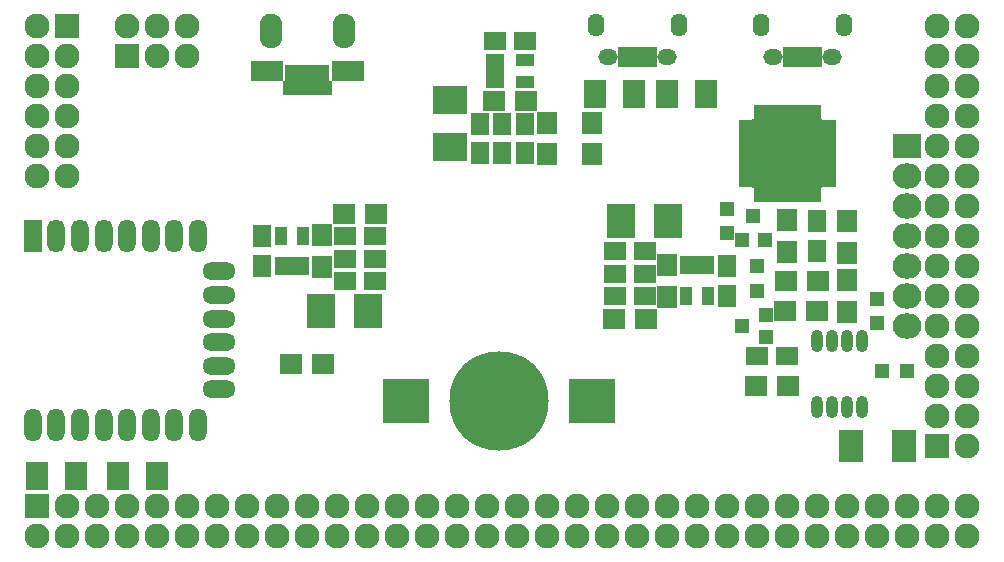
<source format=gbr>
G04 #@! TF.FileFunction,Soldermask,Bot*
%FSLAX46Y46*%
G04 Gerber Fmt 4.6, Leading zero omitted, Abs format (unit mm)*
G04 Created by KiCad (PCBNEW 4.0.5+dfsg1-4) date Sun Mar 26 16:44:12 2017*
%MOMM*%
%LPD*%
G01*
G04 APERTURE LIST*
%ADD10C,0.100000*%
%ADD11R,3.900000X3.700000*%
%ADD12C,8.400000*%
%ADD13R,1.924000X2.432000*%
%ADD14R,0.630000X1.250000*%
%ADD15R,0.630000X1.400000*%
%ADD16R,2.800000X1.780000*%
%ADD17O,1.900000X2.950000*%
%ADD18R,0.800000X1.750000*%
%ADD19O,1.650000X1.350000*%
%ADD20O,1.400000X1.950000*%
%ADD21R,2.127200X2.127200*%
%ADD22O,2.127200X2.127200*%
%ADD23R,1.650000X1.900000*%
%ADD24R,2.900000X2.400000*%
%ADD25R,1.700000X1.900000*%
%ADD26R,1.900000X1.700000*%
%ADD27R,1.600000X1.100000*%
%ADD28R,1.900000X1.650000*%
%ADD29R,2.400000X2.900000*%
%ADD30R,1.100000X1.600000*%
%ADD31R,2.432000X2.127200*%
%ADD32O,2.432000X2.127200*%
%ADD33R,1.200000X0.600000*%
%ADD34R,0.600000X1.200000*%
%ADD35R,1.800000X1.800000*%
%ADD36O,1.009600X1.873200*%
%ADD37R,2.000200X2.800300*%
%ADD38O,2.800000X1.500000*%
%ADD39R,1.500000X2.800000*%
%ADD40O,1.500000X2.800000*%
%ADD41R,1.300000X1.200000*%
%ADD42R,1.200000X1.300000*%
G04 APERTURE END LIST*
D10*
D11*
X127830000Y-95710000D03*
X143630000Y-95710000D03*
D12*
X135730000Y-95710000D03*
D13*
X103498000Y-102060000D03*
X106800000Y-102060000D03*
X99942000Y-102060000D03*
X96640000Y-102060000D03*
D14*
X121300000Y-69165000D03*
X120900000Y-69165000D03*
X120500000Y-69165000D03*
X120100000Y-69165000D03*
X119700000Y-69165000D03*
X119300000Y-69165000D03*
X118900000Y-69165000D03*
X118500000Y-69165000D03*
X118100000Y-69165000D03*
X117700000Y-69165000D03*
D15*
X121100000Y-67940000D03*
X120700000Y-67940000D03*
X120300000Y-67940000D03*
X119900000Y-67940000D03*
X119500000Y-67940000D03*
X119100000Y-67940000D03*
X118700000Y-67940000D03*
X118300000Y-67940000D03*
X117900000Y-67940000D03*
D16*
X122950000Y-67750000D03*
X116050000Y-67750000D03*
D17*
X116400000Y-64390000D03*
X122600000Y-64390000D03*
D18*
X146140000Y-66580000D03*
X146790000Y-66580000D03*
X147440000Y-66580000D03*
X148090000Y-66580000D03*
X148740000Y-66580000D03*
D19*
X144940000Y-66580000D03*
X149940000Y-66580000D03*
D20*
X143940000Y-63880000D03*
X150940000Y-63880000D03*
D18*
X160110000Y-66580000D03*
X160760000Y-66580000D03*
X161410000Y-66580000D03*
X162060000Y-66580000D03*
X162710000Y-66580000D03*
D19*
X158910000Y-66580000D03*
X163910000Y-66580000D03*
D20*
X157910000Y-63880000D03*
X164910000Y-63880000D03*
D21*
X96640000Y-104600000D03*
D22*
X96640000Y-107140000D03*
X99180000Y-104600000D03*
X99180000Y-107140000D03*
X101720000Y-104600000D03*
X101720000Y-107140000D03*
X104260000Y-104600000D03*
X104260000Y-107140000D03*
X106800000Y-104600000D03*
X106800000Y-107140000D03*
X109340000Y-104600000D03*
X109340000Y-107140000D03*
X111880000Y-104600000D03*
X111880000Y-107140000D03*
X114420000Y-104600000D03*
X114420000Y-107140000D03*
X116960000Y-104600000D03*
X116960000Y-107140000D03*
X119500000Y-104600000D03*
X119500000Y-107140000D03*
X122040000Y-104600000D03*
X122040000Y-107140000D03*
X124580000Y-104600000D03*
X124580000Y-107140000D03*
X127120000Y-104600000D03*
X127120000Y-107140000D03*
X129660000Y-104600000D03*
X129660000Y-107140000D03*
X132200000Y-104600000D03*
X132200000Y-107140000D03*
X134740000Y-104600000D03*
X134740000Y-107140000D03*
X137280000Y-104600000D03*
X137280000Y-107140000D03*
X139820000Y-104600000D03*
X139820000Y-107140000D03*
X142360000Y-104600000D03*
X142360000Y-107140000D03*
X144900000Y-104600000D03*
X144900000Y-107140000D03*
X147440000Y-104600000D03*
X147440000Y-107140000D03*
X149980000Y-104600000D03*
X149980000Y-107140000D03*
X152520000Y-104600000D03*
X152520000Y-107140000D03*
X155060000Y-104600000D03*
X155060000Y-107140000D03*
X157600000Y-104600000D03*
X157600000Y-107140000D03*
X160140000Y-104600000D03*
X160140000Y-107140000D03*
X162680000Y-104600000D03*
X162680000Y-107140000D03*
X165220000Y-104600000D03*
X165220000Y-107140000D03*
X167760000Y-104600000D03*
X167760000Y-107140000D03*
X170300000Y-104600000D03*
X170300000Y-107140000D03*
X172840000Y-104600000D03*
X172840000Y-107140000D03*
X175380000Y-104600000D03*
X175380000Y-107140000D03*
D21*
X172840000Y-99520000D03*
D22*
X175380000Y-99520000D03*
X172840000Y-96980000D03*
X175380000Y-96980000D03*
X172840000Y-94440000D03*
X175380000Y-94440000D03*
X172840000Y-91900000D03*
X175380000Y-91900000D03*
X172840000Y-89360000D03*
X175380000Y-89360000D03*
X172840000Y-86820000D03*
X175380000Y-86820000D03*
X172840000Y-84280000D03*
X175380000Y-84280000D03*
X172840000Y-81740000D03*
X175380000Y-81740000D03*
X172840000Y-79200000D03*
X175380000Y-79200000D03*
X172840000Y-76660000D03*
X175380000Y-76660000D03*
X172840000Y-74120000D03*
X175380000Y-74120000D03*
X172840000Y-71580000D03*
X175380000Y-71580000D03*
X172840000Y-69040000D03*
X175380000Y-69040000D03*
X172840000Y-66500000D03*
X175380000Y-66500000D03*
X172840000Y-63960000D03*
X175380000Y-63960000D03*
D21*
X99180000Y-63960000D03*
D22*
X96640000Y-63960000D03*
X99180000Y-66500000D03*
X96640000Y-66500000D03*
X99180000Y-69040000D03*
X96640000Y-69040000D03*
X99180000Y-71580000D03*
X96640000Y-71580000D03*
X99180000Y-74120000D03*
X96640000Y-74120000D03*
X99180000Y-76660000D03*
X96640000Y-76660000D03*
D21*
X104260000Y-66500000D03*
D22*
X104260000Y-63960000D03*
X106800000Y-66500000D03*
X106800000Y-63960000D03*
X109340000Y-66500000D03*
X109340000Y-63960000D03*
D23*
X137915000Y-74735000D03*
X137915000Y-72235000D03*
D24*
X131565000Y-70215000D03*
X131565000Y-74215000D03*
D25*
X139820000Y-74835000D03*
X139820000Y-72135000D03*
D26*
X135295000Y-70310000D03*
X137995000Y-70310000D03*
D27*
X135375000Y-68720000D03*
X135375000Y-67770000D03*
X135375000Y-66820000D03*
X137975000Y-66820000D03*
X137975000Y-68720000D03*
D28*
X145555000Y-86820000D03*
X148055000Y-86820000D03*
D29*
X150075000Y-80470000D03*
X146075000Y-80470000D03*
D26*
X145455000Y-88725000D03*
X148155000Y-88725000D03*
D25*
X149980000Y-84200000D03*
X149980000Y-86900000D03*
D30*
X151570000Y-84220000D03*
X152520000Y-84220000D03*
X153470000Y-84220000D03*
X153470000Y-86820000D03*
X151570000Y-86820000D03*
D31*
X170300000Y-74120000D03*
D32*
X170300000Y-76660000D03*
X170300000Y-79200000D03*
X170300000Y-81740000D03*
X170300000Y-84280000D03*
X170300000Y-86820000D03*
X170300000Y-89360000D03*
D26*
X120850000Y-92535000D03*
X118150000Y-92535000D03*
D28*
X125195000Y-81740000D03*
X122695000Y-81740000D03*
D29*
X120675000Y-88090000D03*
X124675000Y-88090000D03*
D25*
X143630000Y-72135000D03*
X143630000Y-74835000D03*
D26*
X125295000Y-79835000D03*
X122595000Y-79835000D03*
D25*
X120770000Y-84360000D03*
X120770000Y-81660000D03*
D30*
X119180000Y-84310000D03*
X118230000Y-84310000D03*
X117280000Y-84310000D03*
X117280000Y-81710000D03*
X119180000Y-81710000D03*
D23*
X115690000Y-81760000D03*
X115690000Y-84260000D03*
X134105000Y-74735000D03*
X134105000Y-72235000D03*
X136010000Y-74735000D03*
X136010000Y-72235000D03*
D28*
X137895000Y-65230000D03*
X135395000Y-65230000D03*
X145555000Y-84915000D03*
X148055000Y-84915000D03*
X145555000Y-83010000D03*
X148055000Y-83010000D03*
D23*
X155060000Y-86800000D03*
X155060000Y-84300000D03*
D28*
X125195000Y-83645000D03*
X122695000Y-83645000D03*
X125195000Y-85550000D03*
X122695000Y-85550000D03*
D13*
X143884000Y-69675000D03*
X147186000Y-69675000D03*
X153282000Y-69675000D03*
X149980000Y-69675000D03*
D33*
X156640000Y-77355000D03*
X156640000Y-76955000D03*
X156640000Y-76555000D03*
X156640000Y-76155000D03*
X156640000Y-75755000D03*
X156640000Y-75355000D03*
X156640000Y-74955000D03*
X156640000Y-74555000D03*
X156640000Y-74155000D03*
X156640000Y-73755000D03*
X156640000Y-73355000D03*
X156640000Y-72955000D03*
D34*
X157540000Y-71255000D03*
X157940000Y-71255000D03*
X158340000Y-71255000D03*
X158740000Y-71255000D03*
X159140000Y-71255000D03*
X159540000Y-71255000D03*
X159940000Y-71255000D03*
X160340000Y-71255000D03*
X160740000Y-71255000D03*
X161140000Y-71255000D03*
D35*
X158040000Y-76855000D03*
D33*
X156640000Y-72555000D03*
X156640000Y-72155000D03*
D34*
X161540000Y-71255000D03*
X161940000Y-71255000D03*
X162340000Y-71255000D03*
X162740000Y-71255000D03*
D33*
X163640000Y-77355000D03*
X163640000Y-76955000D03*
X163640000Y-76155000D03*
X163640000Y-75755000D03*
X163640000Y-76555000D03*
X163640000Y-74555000D03*
X163640000Y-74155000D03*
X163640000Y-73755000D03*
X163640000Y-74955000D03*
X163640000Y-75355000D03*
X163640000Y-72555000D03*
X163640000Y-72955000D03*
X163640000Y-73355000D03*
X163640000Y-72155000D03*
D34*
X157940000Y-78255000D03*
X157540000Y-78255000D03*
X159540000Y-78255000D03*
X160340000Y-78255000D03*
X159140000Y-78255000D03*
X158740000Y-78255000D03*
X159940000Y-78255000D03*
X158340000Y-78255000D03*
X161940000Y-78255000D03*
X161140000Y-78255000D03*
X161540000Y-78255000D03*
X162340000Y-78255000D03*
X162740000Y-78255000D03*
X160740000Y-78255000D03*
D35*
X159440000Y-76855000D03*
X160840000Y-76855000D03*
X162240000Y-76855000D03*
X162240000Y-75455000D03*
X160840000Y-75455000D03*
X158040000Y-75455000D03*
X159440000Y-75455000D03*
X162240000Y-74055000D03*
X160840000Y-74055000D03*
X158040000Y-74055000D03*
X159440000Y-74055000D03*
X162240000Y-72655000D03*
X160840000Y-72655000D03*
X158040000Y-72655000D03*
X159440000Y-72655000D03*
D36*
X166490000Y-96218000D03*
X165220000Y-96218000D03*
X163950000Y-96218000D03*
X162680000Y-96218000D03*
X162680000Y-90630000D03*
X163950000Y-90630000D03*
X165220000Y-90630000D03*
X166490000Y-90630000D03*
D37*
X170010440Y-99520000D03*
X165509560Y-99520000D03*
D38*
X112010000Y-84730000D03*
X112010000Y-86730000D03*
X112010000Y-88730000D03*
X112010000Y-90730000D03*
X112010000Y-92730000D03*
X112010000Y-94730000D03*
D39*
X96260000Y-81740000D03*
D40*
X98260000Y-81740000D03*
X100260000Y-81740000D03*
X102260000Y-81740000D03*
X104260000Y-81740000D03*
X106260000Y-81740000D03*
X108260000Y-81740000D03*
X110260000Y-81740000D03*
X110260000Y-97740000D03*
X108260000Y-97740000D03*
X106260000Y-97740000D03*
X104260000Y-97740000D03*
X102260000Y-97740000D03*
X100260000Y-97740000D03*
X98260000Y-97740000D03*
X96260000Y-97740000D03*
D28*
X157620000Y-91900000D03*
X160120000Y-91900000D03*
D23*
X162680000Y-80490000D03*
X162680000Y-82990000D03*
D41*
X157600000Y-84280000D03*
X157600000Y-86380000D03*
D42*
X168200000Y-93170000D03*
X170300000Y-93170000D03*
D41*
X155060000Y-81520000D03*
X155060000Y-79420000D03*
X158330000Y-88410000D03*
X158330000Y-90310000D03*
X156330000Y-89360000D03*
D42*
X158230000Y-82060000D03*
X156330000Y-82060000D03*
X157280000Y-80060000D03*
D25*
X165220000Y-88170000D03*
X165220000Y-85470000D03*
D26*
X157520000Y-94440000D03*
X160220000Y-94440000D03*
X162760000Y-85550000D03*
X160060000Y-85550000D03*
D25*
X165220000Y-80470000D03*
X165220000Y-83170000D03*
D41*
X167760000Y-89140000D03*
X167760000Y-87040000D03*
D26*
X159980000Y-88090000D03*
X162680000Y-88090000D03*
D25*
X160140000Y-83090000D03*
X160140000Y-80390000D03*
M02*

</source>
